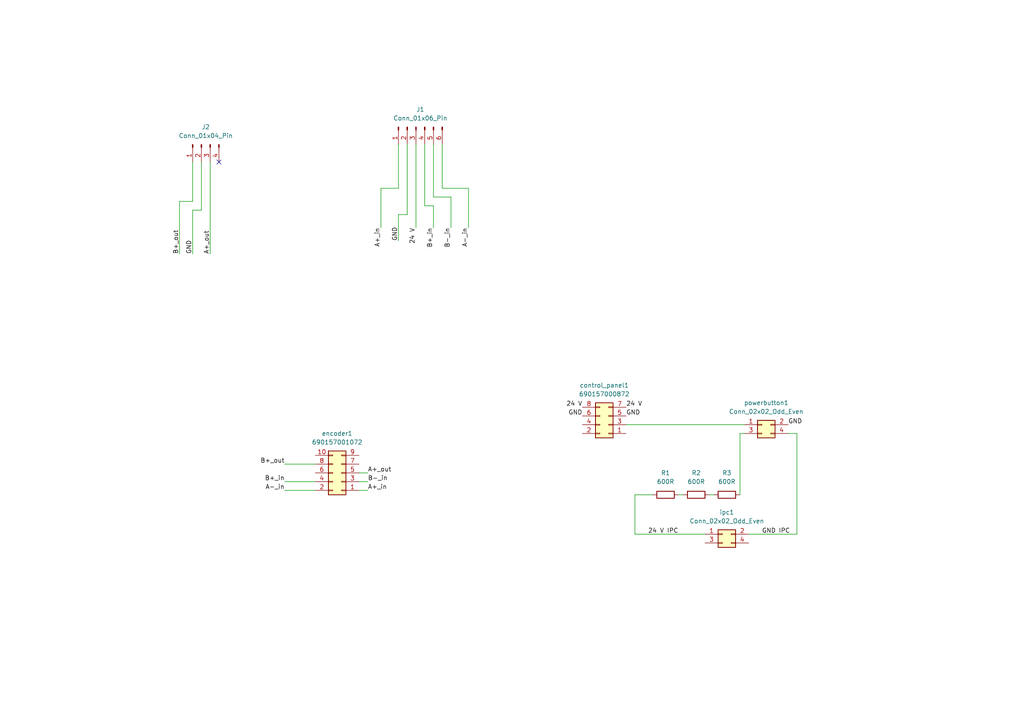
<source format=kicad_sch>
(kicad_sch (version 20230121) (generator eeschema)
  (paper "A4")
  (lib_symbols
    (symbol "Connector:Conn_01x04_Pin" (pin_names (offset 1.016) hide)
      (property "Reference" "J" (at 0 5.08 0))
      (property "Value" "Conn_01x04_Pin" (at 0 -7.62 0))
      (symbol "Conn_01x04_Pin_1_1"
        (polyline (pts (xy 1.27 -5.08) (xy 0.8636 -5.08)) (stroke (width 0.1524)))
        (polyline (pts (xy 1.27 -2.54) (xy 0.8636 -2.54)) (stroke (width 0.1524)))
        (polyline (pts (xy 1.27 0) (xy 0.8636 0)) (stroke (width 0.1524)))
        (polyline (pts (xy 1.27 2.54) (xy 0.8636 2.54)) (stroke (width 0.1524)))
        (rectangle (start 0.8636 -4.953) (end 0 -5.207) (stroke (width 0.1524)) (fill (type outline)))
        (rectangle (start 0.8636 -2.413) (end 0 -2.667) (stroke (width 0.1524)) (fill (type outline)))
        (rectangle (start 0.8636 0.127) (end 0 -0.127) (stroke (width 0.1524)) (fill (type outline)))
        (rectangle (start 0.8636 2.667) (end 0 2.413) (stroke (width 0.1524)) (fill (type outline)))
        (pin passive line (at 5.08 2.54 180) (length 3.81) (name "Pin_1") (number "1"))
        (pin passive line (at 5.08 0 180) (length 3.81) (name "Pin_2") (number "2"))
        (pin passive line (at 5.08 -2.54 180) (length 3.81) (name "Pin_3") (number "3"))
        (pin passive line (at 5.08 -5.08 180) (length 3.81) (name "Pin_4") (number "4"))
      )
    )
    (symbol "Connector:Conn_01x06_Pin" (pin_names (offset 1.016) hide)
      (property "Reference" "J" (at 0 7.62 0))
      (property "Value" "Conn_01x06_Pin" (at 0 -10.16 0))
      (symbol "Conn_01x06_Pin_1_1"
        (polyline (pts (xy 1.27 -7.62) (xy 0.8636 -7.62)) (stroke (width 0.1524)))
        (polyline (pts (xy 1.27 -5.08) (xy 0.8636 -5.08)) (stroke (width 0.1524)))
        (polyline (pts (xy 1.27 -2.54) (xy 0.8636 -2.54)) (stroke (width 0.1524)))
        (polyline (pts (xy 1.27 0) (xy 0.8636 0)) (stroke (width 0.1524)))
        (polyline (pts (xy 1.27 2.54) (xy 0.8636 2.54)) (stroke (width 0.1524)))
        (polyline (pts (xy 1.27 5.08) (xy 0.8636 5.08)) (stroke (width 0.1524)))
        (rectangle (start 0.8636 -7.493) (end 0 -7.747) (stroke (width 0.1524)) (fill (type outline)))
        (rectangle (start 0.8636 -4.953) (end 0 -5.207) (stroke (width 0.1524)) (fill (type outline)))
        (rectangle (start 0.8636 -2.413) (end 0 -2.667) (stroke (width 0.1524)) (fill (type outline)))
        (rectangle (start 0.8636 0.127) (end 0 -0.127) (stroke (width 0.1524)) (fill (type outline)))
        (rectangle (start 0.8636 2.667) (end 0 2.413) (stroke (width 0.1524)) (fill (type outline)))
        (rectangle (start 0.8636 5.207) (end 0 4.953) (stroke (width 0.1524)) (fill (type outline)))
        (pin passive line (at 5.08 5.08 180) (length 3.81) (name "Pin_1") (number "1"))
        (pin passive line (at 5.08 2.54 180) (length 3.81) (name "Pin_2") (number "2"))
        (pin passive line (at 5.08 0 180) (length 3.81) (name "Pin_3") (number "3"))
        (pin passive line (at 5.08 -2.54 180) (length 3.81) (name "Pin_4") (number "4"))
        (pin passive line (at 5.08 -5.08 180) (length 3.81) (name "Pin_5") (number "5"))
        (pin passive line (at 5.08 -7.62 180) (length 3.81) (name "Pin_6") (number "6"))
      )
    )
    (symbol "Connector_Generic:Conn_02x02_Odd_Even" (pin_names (offset 1.016) hide)
      (property "Reference" "J" (at 1.27 2.54 0))
      (property "Value" "Conn_02x02_Odd_Even" (at 1.27 -5.08 0))
      (symbol "Conn_02x02_Odd_Even_1_1"
        (rectangle (start -1.27 -2.413) (end 0 -2.667) (stroke (width 0.1524)))
        (rectangle (start -1.27 0.127) (end 0 -0.127) (stroke (width 0.1524)))
        (rectangle (start -1.27 1.27) (end 3.81 -3.81) (stroke (width 0.254)) (fill (type background)))
        (rectangle (start 3.81 -2.413) (end 2.54 -2.667) (stroke (width 0.1524)))
        (rectangle (start 3.81 0.127) (end 2.54 -0.127) (stroke (width 0.1524)))
        (pin passive line (at -5.08 0 0) (length 3.81) (name "Pin_1") (number "1"))
        (pin passive line (at 7.62 0 180) (length 3.81) (name "Pin_2") (number "2"))
        (pin passive line (at -5.08 -2.54 0) (length 3.81) (name "Pin_3") (number "3"))
        (pin passive line (at 7.62 -2.54 180) (length 3.81) (name "Pin_4") (number "4"))
      )
    )
    (symbol "Connector_Generic:Conn_02x04_Odd_Even" (pin_names (offset 1.016) hide)
      (property "Reference" "J" (at 1.27 5.08 0))
      (property "Value" "Conn_02x04_Odd_Even" (at 1.27 -7.62 0))
      (symbol "Conn_02x04_Odd_Even_1_1"
        (rectangle (start -1.27 -4.953) (end 0 -5.207) (stroke (width 0.1524)))
        (rectangle (start -1.27 -2.413) (end 0 -2.667) (stroke (width 0.1524)))
        (rectangle (start -1.27 0.127) (end 0 -0.127) (stroke (width 0.1524)))
        (rectangle (start -1.27 2.667) (end 0 2.413) (stroke (width 0.1524)))
        (rectangle (start -1.27 3.81) (end 3.81 -6.35) (stroke (width 0.254)) (fill (type background)))
        (rectangle (start 3.81 -4.953) (end 2.54 -5.207) (stroke (width 0.1524)))
        (rectangle (start 3.81 -2.413) (end 2.54 -2.667) (stroke (width 0.1524)))
        (rectangle (start 3.81 0.127) (end 2.54 -0.127) (stroke (width 0.1524)))
        (rectangle (start 3.81 2.667) (end 2.54 2.413) (stroke (width 0.1524)))
        (pin passive line (at -5.08 2.54 0) (length 3.81) (name "Pin_1") (number "1"))
        (pin passive line (at 7.62 2.54 180) (length 3.81) (name "Pin_2") (number "2"))
        (pin passive line (at -5.08 0 0) (length 3.81) (name "Pin_3") (number "3"))
        (pin passive line (at 7.62 0 180) (length 3.81) (name "Pin_4") (number "4"))
        (pin passive line (at -5.08 -2.54 0) (length 3.81) (name "Pin_5") (number "5"))
        (pin passive line (at 7.62 -2.54 180) (length 3.81) (name "Pin_6") (number "6"))
        (pin passive line (at -5.08 -5.08 0) (length 3.81) (name "Pin_7") (number "7"))
        (pin passive line (at 7.62 -5.08 180) (length 3.81) (name "Pin_8") (number "8"))
      )
    )
    (symbol "Connector_Generic:Conn_02x05_Odd_Even" (pin_names (offset 1.016) hide)
      (property "Reference" "J" (at 1.27 7.62 0))
      (property "Value" "Conn_02x05_Odd_Even" (at 1.27 -7.62 0))
      (symbol "Conn_02x05_Odd_Even_1_1"
        (rectangle (start -1.27 -4.953) (end 0 -5.207) (stroke (width 0.1524)))
        (rectangle (start -1.27 -2.413) (end 0 -2.667) (stroke (width 0.1524)))
        (rectangle (start -1.27 0.127) (end 0 -0.127) (stroke (width 0.1524)))
        (rectangle (start -1.27 2.667) (end 0 2.413) (stroke (width 0.1524)))
        (rectangle (start -1.27 5.207) (end 0 4.953) (stroke (width 0.1524)))
        (rectangle (start -1.27 6.35) (end 3.81 -6.35) (stroke (width 0.254)) (fill (type background)))
        (rectangle (start 3.81 -4.953) (end 2.54 -5.207) (stroke (width 0.1524)))
        (rectangle (start 3.81 -2.413) (end 2.54 -2.667) (stroke (width 0.1524)))
        (rectangle (start 3.81 0.127) (end 2.54 -0.127) (stroke (width 0.1524)))
        (rectangle (start 3.81 2.667) (end 2.54 2.413) (stroke (width 0.1524)))
        (rectangle (start 3.81 5.207) (end 2.54 4.953) (stroke (width 0.1524)))
        (pin passive line (at -5.08 5.08 0) (length 3.81) (name "Pin_1") (number "1"))
        (pin passive line (at 7.62 -5.08 180) (length 3.81) (name "Pin_10") (number "10"))
        (pin passive line (at 7.62 5.08 180) (length 3.81) (name "Pin_2") (number "2"))
        (pin passive line (at -5.08 2.54 0) (length 3.81) (name "Pin_3") (number "3"))
        (pin passive line (at 7.62 2.54 180) (length 3.81) (name "Pin_4") (number "4"))
        (pin passive line (at -5.08 0 0) (length 3.81) (name "Pin_5") (number "5"))
        (pin passive line (at 7.62 0 180) (length 3.81) (name "Pin_6") (number "6"))
        (pin passive line (at -5.08 -2.54 0) (length 3.81) (name "Pin_7") (number "7"))
        (pin passive line (at 7.62 -2.54 180) (length 3.81) (name "Pin_8") (number "8"))
        (pin passive line (at -5.08 -5.08 0) (length 3.81) (name "Pin_9") (number "9"))
      )
    )
    (symbol "Device:R" (pin_numbers hide) (pin_names (offset 0))
      (property "Reference" "R" (at 2.032 0 90))
      (property "Value" "R" (at 0 0 90))
      (symbol "R_0_1"
        (rectangle (start -1.016 -2.54) (end 1.016 2.54) (stroke (width 0.254)))
      )
      (symbol "R_1_1"
        (pin passive line (at 0 3.81 270) (length 1.27) (name "~") (number "1"))
        (pin passive line (at 0 -3.81 90) (length 1.27) (name "~") (number "2"))
      )
    )
  )
  (no_connect (at 63.5 46.99))
  (wire (pts (xy 82.55 139.7) (xy 91.44 139.7)))
  (wire (pts (xy 125.73 59.69) (xy 125.73 66.04)))
  (wire (pts (xy 115.57 54.61) (xy 115.57 41.91)))
  (wire (pts (xy 110.49 54.61) (xy 115.57 54.61)))
  (wire (pts (xy 231.14 154.94) (xy 231.14 125.73)))
  (wire (pts (xy 128.27 54.61) (xy 135.89 54.61)))
  (wire (pts (xy 120.65 41.91) (xy 120.65 66.04)))
  (wire (pts (xy 55.88 60.96) (xy 58.42 60.96)))
  (wire (pts (xy 55.88 60.96) (xy 55.88 73.66)))
  (wire (pts (xy 196.85 143.51) (xy 198.12 143.51)))
  (wire (pts (xy 52.07 58.42) (xy 52.07 73.66)))
  (wire (pts (xy 135.89 54.61) (xy 135.89 66.04)))
  (wire (pts (xy 104.14 137.16) (xy 106.68 137.16)))
  (wire (pts (xy 181.61 123.19) (xy 215.9 123.19)))
  (wire (pts (xy 115.57 62.23) (xy 115.57 69.85)))
  (wire (pts (xy 55.88 58.42) (xy 55.88 46.99)))
  (wire (pts (xy 104.14 142.24) (xy 106.68 142.24)))
  (wire (pts (xy 189.23 143.51) (xy 184.15 143.51)))
  (wire (pts (xy 82.55 134.62) (xy 91.44 134.62)))
  (wire (pts (xy 123.19 59.69) (xy 125.73 59.69)))
  (wire (pts (xy 104.14 139.7) (xy 106.68 139.7)))
  (wire (pts (xy 217.17 154.94) (xy 231.14 154.94)))
  (wire (pts (xy 82.55 142.24) (xy 91.44 142.24)))
  (wire (pts (xy 60.96 46.99) (xy 60.96 73.66)))
  (wire (pts (xy 184.15 143.51) (xy 184.15 154.94)))
  (wire (pts (xy 130.81 57.15) (xy 130.81 66.04)))
  (wire (pts (xy 205.74 143.51) (xy 207.01 143.51)))
  (wire (pts (xy 118.11 62.23) (xy 115.57 62.23)))
  (wire (pts (xy 110.49 54.61) (xy 110.49 66.04)))
  (wire (pts (xy 214.63 143.51) (xy 214.63 125.73)))
  (wire (pts (xy 130.81 57.15) (xy 125.73 57.15)))
  (wire (pts (xy 128.27 54.61) (xy 128.27 41.91)))
  (wire (pts (xy 214.63 125.73) (xy 215.9 125.73)))
  (wire (pts (xy 184.15 154.94) (xy 204.47 154.94)))
  (wire (pts (xy 52.07 58.42) (xy 55.88 58.42)))
  (wire (pts (xy 125.73 57.15) (xy 125.73 41.91)))
  (wire (pts (xy 231.14 125.73) (xy 228.6 125.73)))
  (wire (pts (xy 123.19 59.69) (xy 123.19 41.91)))
  (wire (pts (xy 118.11 41.91) (xy 118.11 62.23)))
  (wire (pts (xy 58.42 60.96) (xy 58.42 46.99)))
  (label "A+_in" (at 106.68 142.24 0))
  (label "A-_in" (at 135.89 66.04 270))
  (label "A+_in" (at 110.49 66.04 270))
  (label "A-_in" (at 82.55 142.24 180))
  (label "GND IPC" (at 220.98 154.94 0))
  (label "A+_out" (at 60.96 73.66 90))
  (label "B-_in" (at 106.68 139.7 0))
  (label "B+_in" (at 125.73 66.04 270))
  (label "GND" (at 168.91 120.65 180))
  (label "24 V" (at 181.61 118.11 0))
  (label "24 V" (at 120.65 66.04 270))
  (label "A+_out" (at 106.68 137.16 0))
  (label "B-_in" (at 130.81 66.04 270))
  (label "24 V IPC" (at 187.96 154.94 0))
  (label "B+_out" (at 82.55 134.62 180))
  (label "B+_out" (at 52.07 73.66 90))
  (label "GND" (at 228.6 123.19 0))
  (label "GND" (at 55.88 73.66 90))
  (label "B+_in" (at 82.55 139.7 180))
  (label "GND" (at 115.57 69.85 90))
  (label "24 V" (at 168.91 118.11 180))
  (label "GND" (at 181.61 120.65 0))
  (symbol (lib_id "Connector_Generic:Conn_02x04_Odd_Even") (at 176.53 123.19 180) (unit 1)
    (property "Reference" "control_panel1" (at 175.26 111.76 0))
    (property "Value" "690157000872" (at 175.26 114.3 0))
    (property "Footprint" "IFT:Conn_02x04_wuerth_690367190872" (effects hide))
    (property "Datasheet" "https://www.we-online.com/components/products/datasheet/690157000872.pdf" (effects hide))
  )
  (symbol (lib_id "Connector:Conn_01x06_Pin") (at 120.65 36.83 90) (mirror x) (unit 1)
    (property "Reference" "J1" (at 121.92 31.75 90))
    (property "Value" "Conn_01x06_Pin" (at 121.92 34.29 90))
    (property "Footprint" "IFT:lemo_socket_1S_306_elbow" (effects hide))
  )
  (symbol (lib_id "Device:R") (at 210.82 143.51 90) (unit 1)
    (property "Reference" "R3" (at 210.82 137.16 90))
    (property "Value" "600R" (at 210.82 139.7 90))
    (property "Footprint" "Resistor_THT:R_Axial_DIN0207_L6.3mm_D2.5mm_P7.62mm_Horizontal" (effects hide))
  )
  (symbol (lib_id "Connector:Conn_01x04_Pin") (at 58.42 41.91 90) (mirror x) (unit 1)
    (property "Reference" "J2" (at 59.69 36.83 90))
    (property "Value" "Conn_01x04_Pin" (at 59.69 39.37 90))
    (property "Footprint" "IFT:lemo_socket_1S_304_elbow" (effects hide))
  )
  (symbol (lib_id "Connector_Generic:Conn_02x02_Odd_Even") (at 209.55 154.94 0) (unit 1)
    (property "Reference" "ipc1" (at 210.82 148.59 0))
    (property "Value" "Conn_02x02_Odd_Even" (at 210.82 151.13 0))
    (property "Footprint" "IFT:Conn_02x02_wuerth_690367190472" (effects hide))
  )
  (symbol (lib_id "Connector_Generic:Conn_02x05_Odd_Even") (at 99.06 137.16 180) (unit 1)
    (property "Reference" "encoder1" (at 97.79 125.73 0))
    (property "Value" "690157001072" (at 97.79 128.27 0))
    (property "Footprint" "IFT:Conn_02x05_wuerth_690367191072" (effects hide))
  )
  (symbol (lib_id "Device:R") (at 201.93 143.51 90) (unit 1)
    (property "Reference" "R2" (at 201.93 137.16 90))
    (property "Value" "600R" (at 201.93 139.7 90))
    (property "Footprint" "Resistor_THT:R_Axial_DIN0207_L6.3mm_D2.5mm_P7.62mm_Horizontal" (effects hide))
  )
  (symbol (lib_id "Device:R") (at 193.04 143.51 90) (unit 1)
    (property "Reference" "R1" (at 193.04 137.16 90))
    (property "Value" "600R" (at 193.04 139.7 90))
    (property "Footprint" "Resistor_THT:R_Axial_DIN0207_L6.3mm_D2.5mm_P7.62mm_Horizontal" (effects hide))
  )
  (symbol (lib_id "Connector_Generic:Conn_02x02_Odd_Even") (at 220.98 123.19 0) (unit 1)
    (property "Reference" "powerbutton1" (at 222.25 116.84 0))
    (property "Value" "Conn_02x02_Odd_Even" (at 222.25 119.38 0))
    (property "Footprint" "IFT:Conn_02x02_wuerth_690367190472" (effects hide))
  )
)
</source>
